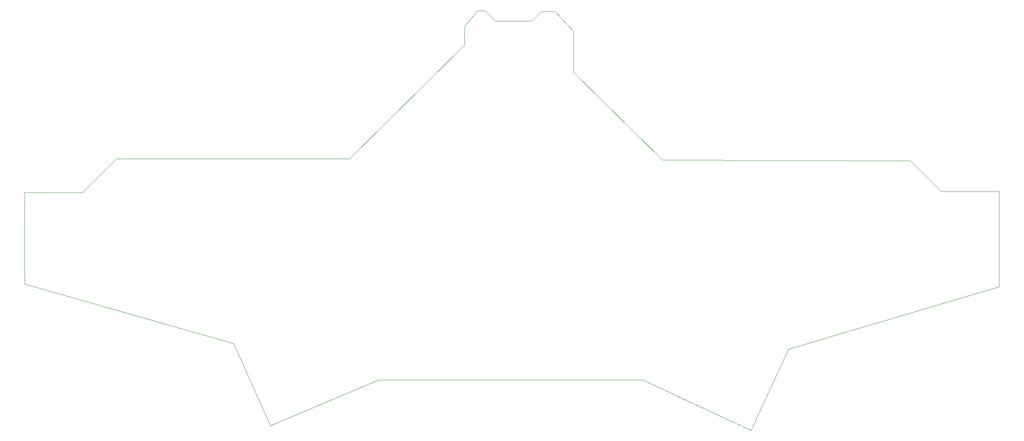
<source format=gbr>
%TF.GenerationSoftware,KiCad,Pcbnew,(5.1.8-0-10_14)*%
%TF.CreationDate,2020-12-22T21:08:17+00:00*%
%TF.ProjectId,sudokillall,7375646f-6b69-46c6-9c61-6c6c2e6b6963,rev?*%
%TF.SameCoordinates,Original*%
%TF.FileFunction,Profile,NP*%
%FSLAX46Y46*%
G04 Gerber Fmt 4.6, Leading zero omitted, Abs format (unit mm)*
G04 Created by KiCad (PCBNEW (5.1.8-0-10_14)) date 2020-12-22 21:08:17*
%MOMM*%
%LPD*%
G01*
G04 APERTURE LIST*
%TA.AperFunction,Profile*%
%ADD10C,0.100000*%
%TD*%
G04 APERTURE END LIST*
D10*
X158200000Y10000000D02*
X160400000Y7800000D01*
X156600000Y10000000D02*
X158200000Y10000000D01*
X153800000Y6600000D02*
X156600000Y10000000D01*
X153800000Y2600000D02*
X153800000Y6600000D01*
X129200000Y-21800000D02*
X153800000Y2600000D01*
X79200000Y-21800000D02*
X129200000Y-21800000D01*
X72000000Y-29000000D02*
X79200000Y-21800000D01*
X59600000Y-29000000D02*
X72000000Y-29000000D01*
X59600000Y-48600000D02*
X59600000Y-29000000D01*
X104400000Y-61400000D02*
X59600000Y-48600000D01*
X112200000Y-79000000D02*
X104400000Y-61400000D01*
X135400000Y-69200000D02*
X112200000Y-79000000D01*
X192000000Y-69200000D02*
X135400000Y-69200000D01*
X215200000Y-80000000D02*
X192000000Y-69200000D01*
X223200000Y-62600000D02*
X215200000Y-80000000D01*
X268400000Y-49200000D02*
X223200000Y-62600000D01*
X268400000Y-28800000D02*
X268400000Y-49200000D01*
X256000000Y-28800000D02*
X268400000Y-28800000D01*
X249400000Y-22200000D02*
X256000000Y-28800000D01*
X196200000Y-22000000D02*
X249400000Y-22200000D01*
X177200000Y-3200000D02*
X196200000Y-22000000D01*
X177200000Y5600000D02*
X177200000Y-3200000D01*
X173200000Y9800000D02*
X177200000Y5600000D01*
X170200000Y9800000D02*
X173200000Y9800000D01*
X168200000Y7800000D02*
X170200000Y9800000D01*
X160400000Y7800000D02*
X168200000Y7800000D01*
M02*

</source>
